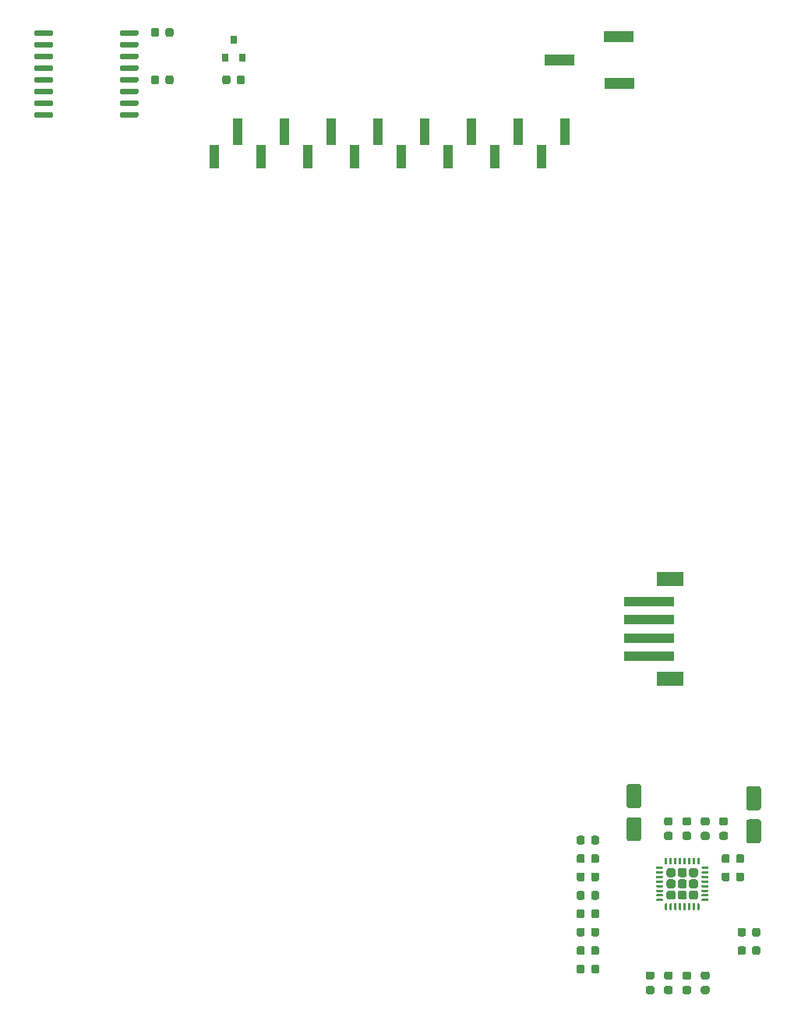
<source format=gbr>
G04 #@! TF.GenerationSoftware,KiCad,Pcbnew,(5.1.6)-1*
G04 #@! TF.CreationDate,2020-10-27T15:14:38-03:00*
G04 #@! TF.ProjectId,PanelFrontal,50616e65-6c46-4726-9f6e-74616c2e6b69,v1.0*
G04 #@! TF.SameCoordinates,Original*
G04 #@! TF.FileFunction,Paste,Top*
G04 #@! TF.FilePolarity,Positive*
%FSLAX46Y46*%
G04 Gerber Fmt 4.6, Leading zero omitted, Abs format (unit mm)*
G04 Created by KiCad (PCBNEW (5.1.6)-1) date 2020-10-27 15:14:38*
%MOMM*%
%LPD*%
G01*
G04 APERTURE LIST*
%ADD10R,5.500000X1.000000*%
%ADD11R,3.000000X1.600000*%
%ADD12R,1.000000X2.500000*%
%ADD13R,1.000000X3.000000*%
%ADD14R,3.300000X1.200000*%
%ADD15R,0.800000X0.900000*%
G04 APERTURE END LIST*
G36*
G01*
X210875000Y-160662500D02*
X210875000Y-161287500D01*
G75*
G02*
X210812500Y-161350000I-62500J0D01*
G01*
X210687500Y-161350000D01*
G75*
G02*
X210625000Y-161287500I0J62500D01*
G01*
X210625000Y-160662500D01*
G75*
G02*
X210687500Y-160600000I62500J0D01*
G01*
X210812500Y-160600000D01*
G75*
G02*
X210875000Y-160662500I0J-62500D01*
G01*
G37*
G36*
G01*
X210375000Y-160662500D02*
X210375000Y-161287500D01*
G75*
G02*
X210312500Y-161350000I-62500J0D01*
G01*
X210187500Y-161350000D01*
G75*
G02*
X210125000Y-161287500I0J62500D01*
G01*
X210125000Y-160662500D01*
G75*
G02*
X210187500Y-160600000I62500J0D01*
G01*
X210312500Y-160600000D01*
G75*
G02*
X210375000Y-160662500I0J-62500D01*
G01*
G37*
G36*
G01*
X209875000Y-160662500D02*
X209875000Y-161287500D01*
G75*
G02*
X209812500Y-161350000I-62500J0D01*
G01*
X209687500Y-161350000D01*
G75*
G02*
X209625000Y-161287500I0J62500D01*
G01*
X209625000Y-160662500D01*
G75*
G02*
X209687500Y-160600000I62500J0D01*
G01*
X209812500Y-160600000D01*
G75*
G02*
X209875000Y-160662500I0J-62500D01*
G01*
G37*
G36*
G01*
X209375000Y-160662500D02*
X209375000Y-161287500D01*
G75*
G02*
X209312500Y-161350000I-62500J0D01*
G01*
X209187500Y-161350000D01*
G75*
G02*
X209125000Y-161287500I0J62500D01*
G01*
X209125000Y-160662500D01*
G75*
G02*
X209187500Y-160600000I62500J0D01*
G01*
X209312500Y-160600000D01*
G75*
G02*
X209375000Y-160662500I0J-62500D01*
G01*
G37*
G36*
G01*
X208875000Y-160662500D02*
X208875000Y-161287500D01*
G75*
G02*
X208812500Y-161350000I-62500J0D01*
G01*
X208687500Y-161350000D01*
G75*
G02*
X208625000Y-161287500I0J62500D01*
G01*
X208625000Y-160662500D01*
G75*
G02*
X208687500Y-160600000I62500J0D01*
G01*
X208812500Y-160600000D01*
G75*
G02*
X208875000Y-160662500I0J-62500D01*
G01*
G37*
G36*
G01*
X208375000Y-160662500D02*
X208375000Y-161287500D01*
G75*
G02*
X208312500Y-161350000I-62500J0D01*
G01*
X208187500Y-161350000D01*
G75*
G02*
X208125000Y-161287500I0J62500D01*
G01*
X208125000Y-160662500D01*
G75*
G02*
X208187500Y-160600000I62500J0D01*
G01*
X208312500Y-160600000D01*
G75*
G02*
X208375000Y-160662500I0J-62500D01*
G01*
G37*
G36*
G01*
X207875000Y-160662500D02*
X207875000Y-161287500D01*
G75*
G02*
X207812500Y-161350000I-62500J0D01*
G01*
X207687500Y-161350000D01*
G75*
G02*
X207625000Y-161287500I0J62500D01*
G01*
X207625000Y-160662500D01*
G75*
G02*
X207687500Y-160600000I62500J0D01*
G01*
X207812500Y-160600000D01*
G75*
G02*
X207875000Y-160662500I0J-62500D01*
G01*
G37*
G36*
G01*
X207375000Y-160662500D02*
X207375000Y-161287500D01*
G75*
G02*
X207312500Y-161350000I-62500J0D01*
G01*
X207187500Y-161350000D01*
G75*
G02*
X207125000Y-161287500I0J62500D01*
G01*
X207125000Y-160662500D01*
G75*
G02*
X207187500Y-160600000I62500J0D01*
G01*
X207312500Y-160600000D01*
G75*
G02*
X207375000Y-160662500I0J-62500D01*
G01*
G37*
G36*
G01*
X206900000Y-160187500D02*
X206900000Y-160312500D01*
G75*
G02*
X206837500Y-160375000I-62500J0D01*
G01*
X206212500Y-160375000D01*
G75*
G02*
X206150000Y-160312500I0J62500D01*
G01*
X206150000Y-160187500D01*
G75*
G02*
X206212500Y-160125000I62500J0D01*
G01*
X206837500Y-160125000D01*
G75*
G02*
X206900000Y-160187500I0J-62500D01*
G01*
G37*
G36*
G01*
X206900000Y-159687500D02*
X206900000Y-159812500D01*
G75*
G02*
X206837500Y-159875000I-62500J0D01*
G01*
X206212500Y-159875000D01*
G75*
G02*
X206150000Y-159812500I0J62500D01*
G01*
X206150000Y-159687500D01*
G75*
G02*
X206212500Y-159625000I62500J0D01*
G01*
X206837500Y-159625000D01*
G75*
G02*
X206900000Y-159687500I0J-62500D01*
G01*
G37*
G36*
G01*
X206900000Y-159187500D02*
X206900000Y-159312500D01*
G75*
G02*
X206837500Y-159375000I-62500J0D01*
G01*
X206212500Y-159375000D01*
G75*
G02*
X206150000Y-159312500I0J62500D01*
G01*
X206150000Y-159187500D01*
G75*
G02*
X206212500Y-159125000I62500J0D01*
G01*
X206837500Y-159125000D01*
G75*
G02*
X206900000Y-159187500I0J-62500D01*
G01*
G37*
G36*
G01*
X206900000Y-158687500D02*
X206900000Y-158812500D01*
G75*
G02*
X206837500Y-158875000I-62500J0D01*
G01*
X206212500Y-158875000D01*
G75*
G02*
X206150000Y-158812500I0J62500D01*
G01*
X206150000Y-158687500D01*
G75*
G02*
X206212500Y-158625000I62500J0D01*
G01*
X206837500Y-158625000D01*
G75*
G02*
X206900000Y-158687500I0J-62500D01*
G01*
G37*
G36*
G01*
X206900000Y-158187500D02*
X206900000Y-158312500D01*
G75*
G02*
X206837500Y-158375000I-62500J0D01*
G01*
X206212500Y-158375000D01*
G75*
G02*
X206150000Y-158312500I0J62500D01*
G01*
X206150000Y-158187500D01*
G75*
G02*
X206212500Y-158125000I62500J0D01*
G01*
X206837500Y-158125000D01*
G75*
G02*
X206900000Y-158187500I0J-62500D01*
G01*
G37*
G36*
G01*
X206900000Y-157687500D02*
X206900000Y-157812500D01*
G75*
G02*
X206837500Y-157875000I-62500J0D01*
G01*
X206212500Y-157875000D01*
G75*
G02*
X206150000Y-157812500I0J62500D01*
G01*
X206150000Y-157687500D01*
G75*
G02*
X206212500Y-157625000I62500J0D01*
G01*
X206837500Y-157625000D01*
G75*
G02*
X206900000Y-157687500I0J-62500D01*
G01*
G37*
G36*
G01*
X206900000Y-157187500D02*
X206900000Y-157312500D01*
G75*
G02*
X206837500Y-157375000I-62500J0D01*
G01*
X206212500Y-157375000D01*
G75*
G02*
X206150000Y-157312500I0J62500D01*
G01*
X206150000Y-157187500D01*
G75*
G02*
X206212500Y-157125000I62500J0D01*
G01*
X206837500Y-157125000D01*
G75*
G02*
X206900000Y-157187500I0J-62500D01*
G01*
G37*
G36*
G01*
X206900000Y-156687500D02*
X206900000Y-156812500D01*
G75*
G02*
X206837500Y-156875000I-62500J0D01*
G01*
X206212500Y-156875000D01*
G75*
G02*
X206150000Y-156812500I0J62500D01*
G01*
X206150000Y-156687500D01*
G75*
G02*
X206212500Y-156625000I62500J0D01*
G01*
X206837500Y-156625000D01*
G75*
G02*
X206900000Y-156687500I0J-62500D01*
G01*
G37*
G36*
G01*
X207375000Y-155712500D02*
X207375000Y-156337500D01*
G75*
G02*
X207312500Y-156400000I-62500J0D01*
G01*
X207187500Y-156400000D01*
G75*
G02*
X207125000Y-156337500I0J62500D01*
G01*
X207125000Y-155712500D01*
G75*
G02*
X207187500Y-155650000I62500J0D01*
G01*
X207312500Y-155650000D01*
G75*
G02*
X207375000Y-155712500I0J-62500D01*
G01*
G37*
G36*
G01*
X207875000Y-155712500D02*
X207875000Y-156337500D01*
G75*
G02*
X207812500Y-156400000I-62500J0D01*
G01*
X207687500Y-156400000D01*
G75*
G02*
X207625000Y-156337500I0J62500D01*
G01*
X207625000Y-155712500D01*
G75*
G02*
X207687500Y-155650000I62500J0D01*
G01*
X207812500Y-155650000D01*
G75*
G02*
X207875000Y-155712500I0J-62500D01*
G01*
G37*
G36*
G01*
X208375000Y-155712500D02*
X208375000Y-156337500D01*
G75*
G02*
X208312500Y-156400000I-62500J0D01*
G01*
X208187500Y-156400000D01*
G75*
G02*
X208125000Y-156337500I0J62500D01*
G01*
X208125000Y-155712500D01*
G75*
G02*
X208187500Y-155650000I62500J0D01*
G01*
X208312500Y-155650000D01*
G75*
G02*
X208375000Y-155712500I0J-62500D01*
G01*
G37*
G36*
G01*
X208875000Y-155712500D02*
X208875000Y-156337500D01*
G75*
G02*
X208812500Y-156400000I-62500J0D01*
G01*
X208687500Y-156400000D01*
G75*
G02*
X208625000Y-156337500I0J62500D01*
G01*
X208625000Y-155712500D01*
G75*
G02*
X208687500Y-155650000I62500J0D01*
G01*
X208812500Y-155650000D01*
G75*
G02*
X208875000Y-155712500I0J-62500D01*
G01*
G37*
G36*
G01*
X209375000Y-155712500D02*
X209375000Y-156337500D01*
G75*
G02*
X209312500Y-156400000I-62500J0D01*
G01*
X209187500Y-156400000D01*
G75*
G02*
X209125000Y-156337500I0J62500D01*
G01*
X209125000Y-155712500D01*
G75*
G02*
X209187500Y-155650000I62500J0D01*
G01*
X209312500Y-155650000D01*
G75*
G02*
X209375000Y-155712500I0J-62500D01*
G01*
G37*
G36*
G01*
X209875000Y-155712500D02*
X209875000Y-156337500D01*
G75*
G02*
X209812500Y-156400000I-62500J0D01*
G01*
X209687500Y-156400000D01*
G75*
G02*
X209625000Y-156337500I0J62500D01*
G01*
X209625000Y-155712500D01*
G75*
G02*
X209687500Y-155650000I62500J0D01*
G01*
X209812500Y-155650000D01*
G75*
G02*
X209875000Y-155712500I0J-62500D01*
G01*
G37*
G36*
G01*
X210375000Y-155712500D02*
X210375000Y-156337500D01*
G75*
G02*
X210312500Y-156400000I-62500J0D01*
G01*
X210187500Y-156400000D01*
G75*
G02*
X210125000Y-156337500I0J62500D01*
G01*
X210125000Y-155712500D01*
G75*
G02*
X210187500Y-155650000I62500J0D01*
G01*
X210312500Y-155650000D01*
G75*
G02*
X210375000Y-155712500I0J-62500D01*
G01*
G37*
G36*
G01*
X210875000Y-155712500D02*
X210875000Y-156337500D01*
G75*
G02*
X210812500Y-156400000I-62500J0D01*
G01*
X210687500Y-156400000D01*
G75*
G02*
X210625000Y-156337500I0J62500D01*
G01*
X210625000Y-155712500D01*
G75*
G02*
X210687500Y-155650000I62500J0D01*
G01*
X210812500Y-155650000D01*
G75*
G02*
X210875000Y-155712500I0J-62500D01*
G01*
G37*
G36*
G01*
X211850000Y-156687500D02*
X211850000Y-156812500D01*
G75*
G02*
X211787500Y-156875000I-62500J0D01*
G01*
X211162500Y-156875000D01*
G75*
G02*
X211100000Y-156812500I0J62500D01*
G01*
X211100000Y-156687500D01*
G75*
G02*
X211162500Y-156625000I62500J0D01*
G01*
X211787500Y-156625000D01*
G75*
G02*
X211850000Y-156687500I0J-62500D01*
G01*
G37*
G36*
G01*
X211850000Y-157187500D02*
X211850000Y-157312500D01*
G75*
G02*
X211787500Y-157375000I-62500J0D01*
G01*
X211162500Y-157375000D01*
G75*
G02*
X211100000Y-157312500I0J62500D01*
G01*
X211100000Y-157187500D01*
G75*
G02*
X211162500Y-157125000I62500J0D01*
G01*
X211787500Y-157125000D01*
G75*
G02*
X211850000Y-157187500I0J-62500D01*
G01*
G37*
G36*
G01*
X211850000Y-157687500D02*
X211850000Y-157812500D01*
G75*
G02*
X211787500Y-157875000I-62500J0D01*
G01*
X211162500Y-157875000D01*
G75*
G02*
X211100000Y-157812500I0J62500D01*
G01*
X211100000Y-157687500D01*
G75*
G02*
X211162500Y-157625000I62500J0D01*
G01*
X211787500Y-157625000D01*
G75*
G02*
X211850000Y-157687500I0J-62500D01*
G01*
G37*
G36*
G01*
X211850000Y-158187500D02*
X211850000Y-158312500D01*
G75*
G02*
X211787500Y-158375000I-62500J0D01*
G01*
X211162500Y-158375000D01*
G75*
G02*
X211100000Y-158312500I0J62500D01*
G01*
X211100000Y-158187500D01*
G75*
G02*
X211162500Y-158125000I62500J0D01*
G01*
X211787500Y-158125000D01*
G75*
G02*
X211850000Y-158187500I0J-62500D01*
G01*
G37*
G36*
G01*
X211850000Y-158687500D02*
X211850000Y-158812500D01*
G75*
G02*
X211787500Y-158875000I-62500J0D01*
G01*
X211162500Y-158875000D01*
G75*
G02*
X211100000Y-158812500I0J62500D01*
G01*
X211100000Y-158687500D01*
G75*
G02*
X211162500Y-158625000I62500J0D01*
G01*
X211787500Y-158625000D01*
G75*
G02*
X211850000Y-158687500I0J-62500D01*
G01*
G37*
G36*
G01*
X211850000Y-159187500D02*
X211850000Y-159312500D01*
G75*
G02*
X211787500Y-159375000I-62500J0D01*
G01*
X211162500Y-159375000D01*
G75*
G02*
X211100000Y-159312500I0J62500D01*
G01*
X211100000Y-159187500D01*
G75*
G02*
X211162500Y-159125000I62500J0D01*
G01*
X211787500Y-159125000D01*
G75*
G02*
X211850000Y-159187500I0J-62500D01*
G01*
G37*
G36*
G01*
X211850000Y-159687500D02*
X211850000Y-159812500D01*
G75*
G02*
X211787500Y-159875000I-62500J0D01*
G01*
X211162500Y-159875000D01*
G75*
G02*
X211100000Y-159812500I0J62500D01*
G01*
X211100000Y-159687500D01*
G75*
G02*
X211162500Y-159625000I62500J0D01*
G01*
X211787500Y-159625000D01*
G75*
G02*
X211850000Y-159687500I0J-62500D01*
G01*
G37*
G36*
G01*
X211850000Y-160187500D02*
X211850000Y-160312500D01*
G75*
G02*
X211787500Y-160375000I-62500J0D01*
G01*
X211162500Y-160375000D01*
G75*
G02*
X211100000Y-160312500I0J62500D01*
G01*
X211100000Y-160187500D01*
G75*
G02*
X211162500Y-160125000I62500J0D01*
G01*
X211787500Y-160125000D01*
G75*
G02*
X211850000Y-160187500I0J-62500D01*
G01*
G37*
G36*
G01*
X208270000Y-157035000D02*
X208270000Y-157525000D01*
G75*
G02*
X208025000Y-157770000I-245000J0D01*
G01*
X207535000Y-157770000D01*
G75*
G02*
X207290000Y-157525000I0J245000D01*
G01*
X207290000Y-157035000D01*
G75*
G02*
X207535000Y-156790000I245000J0D01*
G01*
X208025000Y-156790000D01*
G75*
G02*
X208270000Y-157035000I0J-245000D01*
G01*
G37*
G36*
G01*
X208270000Y-158255000D02*
X208270000Y-158745000D01*
G75*
G02*
X208025000Y-158990000I-245000J0D01*
G01*
X207535000Y-158990000D01*
G75*
G02*
X207290000Y-158745000I0J245000D01*
G01*
X207290000Y-158255000D01*
G75*
G02*
X207535000Y-158010000I245000J0D01*
G01*
X208025000Y-158010000D01*
G75*
G02*
X208270000Y-158255000I0J-245000D01*
G01*
G37*
G36*
G01*
X208270000Y-159475000D02*
X208270000Y-159965000D01*
G75*
G02*
X208025000Y-160210000I-245000J0D01*
G01*
X207535000Y-160210000D01*
G75*
G02*
X207290000Y-159965000I0J245000D01*
G01*
X207290000Y-159475000D01*
G75*
G02*
X207535000Y-159230000I245000J0D01*
G01*
X208025000Y-159230000D01*
G75*
G02*
X208270000Y-159475000I0J-245000D01*
G01*
G37*
G36*
G01*
X209490000Y-157035000D02*
X209490000Y-157525000D01*
G75*
G02*
X209245000Y-157770000I-245000J0D01*
G01*
X208755000Y-157770000D01*
G75*
G02*
X208510000Y-157525000I0J245000D01*
G01*
X208510000Y-157035000D01*
G75*
G02*
X208755000Y-156790000I245000J0D01*
G01*
X209245000Y-156790000D01*
G75*
G02*
X209490000Y-157035000I0J-245000D01*
G01*
G37*
G36*
G01*
X209490000Y-158255000D02*
X209490000Y-158745000D01*
G75*
G02*
X209245000Y-158990000I-245000J0D01*
G01*
X208755000Y-158990000D01*
G75*
G02*
X208510000Y-158745000I0J245000D01*
G01*
X208510000Y-158255000D01*
G75*
G02*
X208755000Y-158010000I245000J0D01*
G01*
X209245000Y-158010000D01*
G75*
G02*
X209490000Y-158255000I0J-245000D01*
G01*
G37*
G36*
G01*
X209490000Y-159475000D02*
X209490000Y-159965000D01*
G75*
G02*
X209245000Y-160210000I-245000J0D01*
G01*
X208755000Y-160210000D01*
G75*
G02*
X208510000Y-159965000I0J245000D01*
G01*
X208510000Y-159475000D01*
G75*
G02*
X208755000Y-159230000I245000J0D01*
G01*
X209245000Y-159230000D01*
G75*
G02*
X209490000Y-159475000I0J-245000D01*
G01*
G37*
G36*
G01*
X210710000Y-157035000D02*
X210710000Y-157525000D01*
G75*
G02*
X210465000Y-157770000I-245000J0D01*
G01*
X209975000Y-157770000D01*
G75*
G02*
X209730000Y-157525000I0J245000D01*
G01*
X209730000Y-157035000D01*
G75*
G02*
X209975000Y-156790000I245000J0D01*
G01*
X210465000Y-156790000D01*
G75*
G02*
X210710000Y-157035000I0J-245000D01*
G01*
G37*
G36*
G01*
X210710000Y-158255000D02*
X210710000Y-158745000D01*
G75*
G02*
X210465000Y-158990000I-245000J0D01*
G01*
X209975000Y-158990000D01*
G75*
G02*
X209730000Y-158745000I0J245000D01*
G01*
X209730000Y-158255000D01*
G75*
G02*
X209975000Y-158010000I245000J0D01*
G01*
X210465000Y-158010000D01*
G75*
G02*
X210710000Y-158255000I0J-245000D01*
G01*
G37*
G36*
G01*
X210710000Y-159475000D02*
X210710000Y-159965000D01*
G75*
G02*
X210465000Y-160210000I-245000J0D01*
G01*
X209975000Y-160210000D01*
G75*
G02*
X209730000Y-159965000I0J245000D01*
G01*
X209730000Y-159475000D01*
G75*
G02*
X209975000Y-159230000I245000J0D01*
G01*
X210465000Y-159230000D01*
G75*
G02*
X210710000Y-159475000I0J-245000D01*
G01*
G37*
G36*
G01*
X199100000Y-162006250D02*
X199100000Y-161493750D01*
G75*
G02*
X199318750Y-161275000I218750J0D01*
G01*
X199756250Y-161275000D01*
G75*
G02*
X199975000Y-161493750I0J-218750D01*
G01*
X199975000Y-162006250D01*
G75*
G02*
X199756250Y-162225000I-218750J0D01*
G01*
X199318750Y-162225000D01*
G75*
G02*
X199100000Y-162006250I0J218750D01*
G01*
G37*
G36*
G01*
X197525000Y-162006250D02*
X197525000Y-161493750D01*
G75*
G02*
X197743750Y-161275000I218750J0D01*
G01*
X198181250Y-161275000D01*
G75*
G02*
X198400000Y-161493750I0J-218750D01*
G01*
X198400000Y-162006250D01*
G75*
G02*
X198181250Y-162225000I-218750J0D01*
G01*
X197743750Y-162225000D01*
G75*
G02*
X197525000Y-162006250I0J218750D01*
G01*
G37*
D10*
X205400000Y-129800000D03*
X205400000Y-133800000D03*
D11*
X207650000Y-125400000D03*
X207650000Y-136200000D03*
D10*
X205400000Y-127800000D03*
X205400000Y-131800000D03*
G36*
G01*
X207756250Y-152150000D02*
X207243750Y-152150000D01*
G75*
G02*
X207025000Y-151931250I0J218750D01*
G01*
X207025000Y-151493750D01*
G75*
G02*
X207243750Y-151275000I218750J0D01*
G01*
X207756250Y-151275000D01*
G75*
G02*
X207975000Y-151493750I0J-218750D01*
G01*
X207975000Y-151931250D01*
G75*
G02*
X207756250Y-152150000I-218750J0D01*
G01*
G37*
G36*
G01*
X207756250Y-153725000D02*
X207243750Y-153725000D01*
G75*
G02*
X207025000Y-153506250I0J218750D01*
G01*
X207025000Y-153068750D01*
G75*
G02*
X207243750Y-152850000I218750J0D01*
G01*
X207756250Y-152850000D01*
G75*
G02*
X207975000Y-153068750I0J-218750D01*
G01*
X207975000Y-153506250D01*
G75*
G02*
X207756250Y-153725000I-218750J0D01*
G01*
G37*
G36*
G01*
X213756250Y-152150000D02*
X213243750Y-152150000D01*
G75*
G02*
X213025000Y-151931250I0J218750D01*
G01*
X213025000Y-151493750D01*
G75*
G02*
X213243750Y-151275000I218750J0D01*
G01*
X213756250Y-151275000D01*
G75*
G02*
X213975000Y-151493750I0J-218750D01*
G01*
X213975000Y-151931250D01*
G75*
G02*
X213756250Y-152150000I-218750J0D01*
G01*
G37*
G36*
G01*
X213756250Y-153725000D02*
X213243750Y-153725000D01*
G75*
G02*
X213025000Y-153506250I0J218750D01*
G01*
X213025000Y-153068750D01*
G75*
G02*
X213243750Y-152850000I218750J0D01*
G01*
X213756250Y-152850000D01*
G75*
G02*
X213975000Y-153068750I0J-218750D01*
G01*
X213975000Y-153506250D01*
G75*
G02*
X213756250Y-153725000I-218750J0D01*
G01*
G37*
D12*
X158150000Y-79500000D03*
X163230000Y-79500000D03*
X168310000Y-79500000D03*
X173390000Y-79500000D03*
X178470000Y-79500000D03*
X183550000Y-79500000D03*
X188630000Y-79500000D03*
D13*
X160690000Y-76750000D03*
X165770000Y-76750000D03*
X170850000Y-76750000D03*
X175930000Y-76750000D03*
X181010000Y-76750000D03*
X186090000Y-76750000D03*
X191170000Y-76750000D03*
D12*
X193710000Y-79500000D03*
D13*
X196250000Y-76750000D03*
D14*
X202150000Y-71540000D03*
X202100000Y-66460000D03*
X195700000Y-69000000D03*
G36*
G01*
X147875000Y-66205000D02*
X147875000Y-65905000D01*
G75*
G02*
X148025000Y-65755000I150000J0D01*
G01*
X149775000Y-65755000D01*
G75*
G02*
X149925000Y-65905000I0J-150000D01*
G01*
X149925000Y-66205000D01*
G75*
G02*
X149775000Y-66355000I-150000J0D01*
G01*
X148025000Y-66355000D01*
G75*
G02*
X147875000Y-66205000I0J150000D01*
G01*
G37*
G36*
G01*
X147875000Y-67475000D02*
X147875000Y-67175000D01*
G75*
G02*
X148025000Y-67025000I150000J0D01*
G01*
X149775000Y-67025000D01*
G75*
G02*
X149925000Y-67175000I0J-150000D01*
G01*
X149925000Y-67475000D01*
G75*
G02*
X149775000Y-67625000I-150000J0D01*
G01*
X148025000Y-67625000D01*
G75*
G02*
X147875000Y-67475000I0J150000D01*
G01*
G37*
G36*
G01*
X147875000Y-68745000D02*
X147875000Y-68445000D01*
G75*
G02*
X148025000Y-68295000I150000J0D01*
G01*
X149775000Y-68295000D01*
G75*
G02*
X149925000Y-68445000I0J-150000D01*
G01*
X149925000Y-68745000D01*
G75*
G02*
X149775000Y-68895000I-150000J0D01*
G01*
X148025000Y-68895000D01*
G75*
G02*
X147875000Y-68745000I0J150000D01*
G01*
G37*
G36*
G01*
X147875000Y-70015000D02*
X147875000Y-69715000D01*
G75*
G02*
X148025000Y-69565000I150000J0D01*
G01*
X149775000Y-69565000D01*
G75*
G02*
X149925000Y-69715000I0J-150000D01*
G01*
X149925000Y-70015000D01*
G75*
G02*
X149775000Y-70165000I-150000J0D01*
G01*
X148025000Y-70165000D01*
G75*
G02*
X147875000Y-70015000I0J150000D01*
G01*
G37*
G36*
G01*
X147875000Y-71285000D02*
X147875000Y-70985000D01*
G75*
G02*
X148025000Y-70835000I150000J0D01*
G01*
X149775000Y-70835000D01*
G75*
G02*
X149925000Y-70985000I0J-150000D01*
G01*
X149925000Y-71285000D01*
G75*
G02*
X149775000Y-71435000I-150000J0D01*
G01*
X148025000Y-71435000D01*
G75*
G02*
X147875000Y-71285000I0J150000D01*
G01*
G37*
G36*
G01*
X147875000Y-72555000D02*
X147875000Y-72255000D01*
G75*
G02*
X148025000Y-72105000I150000J0D01*
G01*
X149775000Y-72105000D01*
G75*
G02*
X149925000Y-72255000I0J-150000D01*
G01*
X149925000Y-72555000D01*
G75*
G02*
X149775000Y-72705000I-150000J0D01*
G01*
X148025000Y-72705000D01*
G75*
G02*
X147875000Y-72555000I0J150000D01*
G01*
G37*
G36*
G01*
X147875000Y-73825000D02*
X147875000Y-73525000D01*
G75*
G02*
X148025000Y-73375000I150000J0D01*
G01*
X149775000Y-73375000D01*
G75*
G02*
X149925000Y-73525000I0J-150000D01*
G01*
X149925000Y-73825000D01*
G75*
G02*
X149775000Y-73975000I-150000J0D01*
G01*
X148025000Y-73975000D01*
G75*
G02*
X147875000Y-73825000I0J150000D01*
G01*
G37*
G36*
G01*
X147875000Y-75095000D02*
X147875000Y-74795000D01*
G75*
G02*
X148025000Y-74645000I150000J0D01*
G01*
X149775000Y-74645000D01*
G75*
G02*
X149925000Y-74795000I0J-150000D01*
G01*
X149925000Y-75095000D01*
G75*
G02*
X149775000Y-75245000I-150000J0D01*
G01*
X148025000Y-75245000D01*
G75*
G02*
X147875000Y-75095000I0J150000D01*
G01*
G37*
G36*
G01*
X138575000Y-75095000D02*
X138575000Y-74795000D01*
G75*
G02*
X138725000Y-74645000I150000J0D01*
G01*
X140475000Y-74645000D01*
G75*
G02*
X140625000Y-74795000I0J-150000D01*
G01*
X140625000Y-75095000D01*
G75*
G02*
X140475000Y-75245000I-150000J0D01*
G01*
X138725000Y-75245000D01*
G75*
G02*
X138575000Y-75095000I0J150000D01*
G01*
G37*
G36*
G01*
X138575000Y-73825000D02*
X138575000Y-73525000D01*
G75*
G02*
X138725000Y-73375000I150000J0D01*
G01*
X140475000Y-73375000D01*
G75*
G02*
X140625000Y-73525000I0J-150000D01*
G01*
X140625000Y-73825000D01*
G75*
G02*
X140475000Y-73975000I-150000J0D01*
G01*
X138725000Y-73975000D01*
G75*
G02*
X138575000Y-73825000I0J150000D01*
G01*
G37*
G36*
G01*
X138575000Y-72555000D02*
X138575000Y-72255000D01*
G75*
G02*
X138725000Y-72105000I150000J0D01*
G01*
X140475000Y-72105000D01*
G75*
G02*
X140625000Y-72255000I0J-150000D01*
G01*
X140625000Y-72555000D01*
G75*
G02*
X140475000Y-72705000I-150000J0D01*
G01*
X138725000Y-72705000D01*
G75*
G02*
X138575000Y-72555000I0J150000D01*
G01*
G37*
G36*
G01*
X138575000Y-71285000D02*
X138575000Y-70985000D01*
G75*
G02*
X138725000Y-70835000I150000J0D01*
G01*
X140475000Y-70835000D01*
G75*
G02*
X140625000Y-70985000I0J-150000D01*
G01*
X140625000Y-71285000D01*
G75*
G02*
X140475000Y-71435000I-150000J0D01*
G01*
X138725000Y-71435000D01*
G75*
G02*
X138575000Y-71285000I0J150000D01*
G01*
G37*
G36*
G01*
X138575000Y-70015000D02*
X138575000Y-69715000D01*
G75*
G02*
X138725000Y-69565000I150000J0D01*
G01*
X140475000Y-69565000D01*
G75*
G02*
X140625000Y-69715000I0J-150000D01*
G01*
X140625000Y-70015000D01*
G75*
G02*
X140475000Y-70165000I-150000J0D01*
G01*
X138725000Y-70165000D01*
G75*
G02*
X138575000Y-70015000I0J150000D01*
G01*
G37*
G36*
G01*
X138575000Y-68745000D02*
X138575000Y-68445000D01*
G75*
G02*
X138725000Y-68295000I150000J0D01*
G01*
X140475000Y-68295000D01*
G75*
G02*
X140625000Y-68445000I0J-150000D01*
G01*
X140625000Y-68745000D01*
G75*
G02*
X140475000Y-68895000I-150000J0D01*
G01*
X138725000Y-68895000D01*
G75*
G02*
X138575000Y-68745000I0J150000D01*
G01*
G37*
G36*
G01*
X138575000Y-67475000D02*
X138575000Y-67175000D01*
G75*
G02*
X138725000Y-67025000I150000J0D01*
G01*
X140475000Y-67025000D01*
G75*
G02*
X140625000Y-67175000I0J-150000D01*
G01*
X140625000Y-67475000D01*
G75*
G02*
X140475000Y-67625000I-150000J0D01*
G01*
X138725000Y-67625000D01*
G75*
G02*
X138575000Y-67475000I0J150000D01*
G01*
G37*
G36*
G01*
X138575000Y-66205000D02*
X138575000Y-65905000D01*
G75*
G02*
X138725000Y-65755000I150000J0D01*
G01*
X140475000Y-65755000D01*
G75*
G02*
X140625000Y-65905000I0J-150000D01*
G01*
X140625000Y-66205000D01*
G75*
G02*
X140475000Y-66355000I-150000J0D01*
G01*
X138725000Y-66355000D01*
G75*
G02*
X138575000Y-66205000I0J150000D01*
G01*
G37*
G36*
G01*
X160600000Y-71406250D02*
X160600000Y-70893750D01*
G75*
G02*
X160818750Y-70675000I218750J0D01*
G01*
X161256250Y-70675000D01*
G75*
G02*
X161475000Y-70893750I0J-218750D01*
G01*
X161475000Y-71406250D01*
G75*
G02*
X161256250Y-71625000I-218750J0D01*
G01*
X160818750Y-71625000D01*
G75*
G02*
X160600000Y-71406250I0J218750D01*
G01*
G37*
G36*
G01*
X159025000Y-71406250D02*
X159025000Y-70893750D01*
G75*
G02*
X159243750Y-70675000I218750J0D01*
G01*
X159681250Y-70675000D01*
G75*
G02*
X159900000Y-70893750I0J-218750D01*
G01*
X159900000Y-71406250D01*
G75*
G02*
X159681250Y-71625000I-218750J0D01*
G01*
X159243750Y-71625000D01*
G75*
G02*
X159025000Y-71406250I0J218750D01*
G01*
G37*
G36*
G01*
X152850000Y-71406250D02*
X152850000Y-70893750D01*
G75*
G02*
X153068750Y-70675000I218750J0D01*
G01*
X153506250Y-70675000D01*
G75*
G02*
X153725000Y-70893750I0J-218750D01*
G01*
X153725000Y-71406250D01*
G75*
G02*
X153506250Y-71625000I-218750J0D01*
G01*
X153068750Y-71625000D01*
G75*
G02*
X152850000Y-71406250I0J218750D01*
G01*
G37*
G36*
G01*
X151275000Y-71406250D02*
X151275000Y-70893750D01*
G75*
G02*
X151493750Y-70675000I218750J0D01*
G01*
X151931250Y-70675000D01*
G75*
G02*
X152150000Y-70893750I0J-218750D01*
G01*
X152150000Y-71406250D01*
G75*
G02*
X151931250Y-71625000I-218750J0D01*
G01*
X151493750Y-71625000D01*
G75*
G02*
X151275000Y-71406250I0J218750D01*
G01*
G37*
G36*
G01*
X199100000Y-164006250D02*
X199100000Y-163493750D01*
G75*
G02*
X199318750Y-163275000I218750J0D01*
G01*
X199756250Y-163275000D01*
G75*
G02*
X199975000Y-163493750I0J-218750D01*
G01*
X199975000Y-164006250D01*
G75*
G02*
X199756250Y-164225000I-218750J0D01*
G01*
X199318750Y-164225000D01*
G75*
G02*
X199100000Y-164006250I0J218750D01*
G01*
G37*
G36*
G01*
X197525000Y-164006250D02*
X197525000Y-163493750D01*
G75*
G02*
X197743750Y-163275000I218750J0D01*
G01*
X198181250Y-163275000D01*
G75*
G02*
X198400000Y-163493750I0J-218750D01*
G01*
X198400000Y-164006250D01*
G75*
G02*
X198181250Y-164225000I-218750J0D01*
G01*
X197743750Y-164225000D01*
G75*
G02*
X197525000Y-164006250I0J218750D01*
G01*
G37*
G36*
G01*
X199100000Y-160006250D02*
X199100000Y-159493750D01*
G75*
G02*
X199318750Y-159275000I218750J0D01*
G01*
X199756250Y-159275000D01*
G75*
G02*
X199975000Y-159493750I0J-218750D01*
G01*
X199975000Y-160006250D01*
G75*
G02*
X199756250Y-160225000I-218750J0D01*
G01*
X199318750Y-160225000D01*
G75*
G02*
X199100000Y-160006250I0J218750D01*
G01*
G37*
G36*
G01*
X197525000Y-160006250D02*
X197525000Y-159493750D01*
G75*
G02*
X197743750Y-159275000I218750J0D01*
G01*
X198181250Y-159275000D01*
G75*
G02*
X198400000Y-159493750I0J-218750D01*
G01*
X198400000Y-160006250D01*
G75*
G02*
X198181250Y-160225000I-218750J0D01*
G01*
X197743750Y-160225000D01*
G75*
G02*
X197525000Y-160006250I0J218750D01*
G01*
G37*
G36*
G01*
X199100000Y-158006250D02*
X199100000Y-157493750D01*
G75*
G02*
X199318750Y-157275000I218750J0D01*
G01*
X199756250Y-157275000D01*
G75*
G02*
X199975000Y-157493750I0J-218750D01*
G01*
X199975000Y-158006250D01*
G75*
G02*
X199756250Y-158225000I-218750J0D01*
G01*
X199318750Y-158225000D01*
G75*
G02*
X199100000Y-158006250I0J218750D01*
G01*
G37*
G36*
G01*
X197525000Y-158006250D02*
X197525000Y-157493750D01*
G75*
G02*
X197743750Y-157275000I218750J0D01*
G01*
X198181250Y-157275000D01*
G75*
G02*
X198400000Y-157493750I0J-218750D01*
G01*
X198400000Y-158006250D01*
G75*
G02*
X198181250Y-158225000I-218750J0D01*
G01*
X197743750Y-158225000D01*
G75*
G02*
X197525000Y-158006250I0J218750D01*
G01*
G37*
G36*
G01*
X199100000Y-156006250D02*
X199100000Y-155493750D01*
G75*
G02*
X199318750Y-155275000I218750J0D01*
G01*
X199756250Y-155275000D01*
G75*
G02*
X199975000Y-155493750I0J-218750D01*
G01*
X199975000Y-156006250D01*
G75*
G02*
X199756250Y-156225000I-218750J0D01*
G01*
X199318750Y-156225000D01*
G75*
G02*
X199100000Y-156006250I0J218750D01*
G01*
G37*
G36*
G01*
X197525000Y-156006250D02*
X197525000Y-155493750D01*
G75*
G02*
X197743750Y-155275000I218750J0D01*
G01*
X198181250Y-155275000D01*
G75*
G02*
X198400000Y-155493750I0J-218750D01*
G01*
X198400000Y-156006250D01*
G75*
G02*
X198181250Y-156225000I-218750J0D01*
G01*
X197743750Y-156225000D01*
G75*
G02*
X197525000Y-156006250I0J218750D01*
G01*
G37*
G36*
G01*
X199100000Y-154006250D02*
X199100000Y-153493750D01*
G75*
G02*
X199318750Y-153275000I218750J0D01*
G01*
X199756250Y-153275000D01*
G75*
G02*
X199975000Y-153493750I0J-218750D01*
G01*
X199975000Y-154006250D01*
G75*
G02*
X199756250Y-154225000I-218750J0D01*
G01*
X199318750Y-154225000D01*
G75*
G02*
X199100000Y-154006250I0J218750D01*
G01*
G37*
G36*
G01*
X197525000Y-154006250D02*
X197525000Y-153493750D01*
G75*
G02*
X197743750Y-153275000I218750J0D01*
G01*
X198181250Y-153275000D01*
G75*
G02*
X198400000Y-153493750I0J-218750D01*
G01*
X198400000Y-154006250D01*
G75*
G02*
X198181250Y-154225000I-218750J0D01*
G01*
X197743750Y-154225000D01*
G75*
G02*
X197525000Y-154006250I0J218750D01*
G01*
G37*
G36*
G01*
X211756250Y-168900000D02*
X211243750Y-168900000D01*
G75*
G02*
X211025000Y-168681250I0J218750D01*
G01*
X211025000Y-168243750D01*
G75*
G02*
X211243750Y-168025000I218750J0D01*
G01*
X211756250Y-168025000D01*
G75*
G02*
X211975000Y-168243750I0J-218750D01*
G01*
X211975000Y-168681250D01*
G75*
G02*
X211756250Y-168900000I-218750J0D01*
G01*
G37*
G36*
G01*
X211756250Y-170475000D02*
X211243750Y-170475000D01*
G75*
G02*
X211025000Y-170256250I0J218750D01*
G01*
X211025000Y-169818750D01*
G75*
G02*
X211243750Y-169600000I218750J0D01*
G01*
X211756250Y-169600000D01*
G75*
G02*
X211975000Y-169818750I0J-218750D01*
G01*
X211975000Y-170256250D01*
G75*
G02*
X211756250Y-170475000I-218750J0D01*
G01*
G37*
G36*
G01*
X209756250Y-168900000D02*
X209243750Y-168900000D01*
G75*
G02*
X209025000Y-168681250I0J218750D01*
G01*
X209025000Y-168243750D01*
G75*
G02*
X209243750Y-168025000I218750J0D01*
G01*
X209756250Y-168025000D01*
G75*
G02*
X209975000Y-168243750I0J-218750D01*
G01*
X209975000Y-168681250D01*
G75*
G02*
X209756250Y-168900000I-218750J0D01*
G01*
G37*
G36*
G01*
X209756250Y-170475000D02*
X209243750Y-170475000D01*
G75*
G02*
X209025000Y-170256250I0J218750D01*
G01*
X209025000Y-169818750D01*
G75*
G02*
X209243750Y-169600000I218750J0D01*
G01*
X209756250Y-169600000D01*
G75*
G02*
X209975000Y-169818750I0J-218750D01*
G01*
X209975000Y-170256250D01*
G75*
G02*
X209756250Y-170475000I-218750J0D01*
G01*
G37*
G36*
G01*
X207756250Y-168900000D02*
X207243750Y-168900000D01*
G75*
G02*
X207025000Y-168681250I0J218750D01*
G01*
X207025000Y-168243750D01*
G75*
G02*
X207243750Y-168025000I218750J0D01*
G01*
X207756250Y-168025000D01*
G75*
G02*
X207975000Y-168243750I0J-218750D01*
G01*
X207975000Y-168681250D01*
G75*
G02*
X207756250Y-168900000I-218750J0D01*
G01*
G37*
G36*
G01*
X207756250Y-170475000D02*
X207243750Y-170475000D01*
G75*
G02*
X207025000Y-170256250I0J218750D01*
G01*
X207025000Y-169818750D01*
G75*
G02*
X207243750Y-169600000I218750J0D01*
G01*
X207756250Y-169600000D01*
G75*
G02*
X207975000Y-169818750I0J-218750D01*
G01*
X207975000Y-170256250D01*
G75*
G02*
X207756250Y-170475000I-218750J0D01*
G01*
G37*
G36*
G01*
X205756250Y-168900000D02*
X205243750Y-168900000D01*
G75*
G02*
X205025000Y-168681250I0J218750D01*
G01*
X205025000Y-168243750D01*
G75*
G02*
X205243750Y-168025000I218750J0D01*
G01*
X205756250Y-168025000D01*
G75*
G02*
X205975000Y-168243750I0J-218750D01*
G01*
X205975000Y-168681250D01*
G75*
G02*
X205756250Y-168900000I-218750J0D01*
G01*
G37*
G36*
G01*
X205756250Y-170475000D02*
X205243750Y-170475000D01*
G75*
G02*
X205025000Y-170256250I0J218750D01*
G01*
X205025000Y-169818750D01*
G75*
G02*
X205243750Y-169600000I218750J0D01*
G01*
X205756250Y-169600000D01*
G75*
G02*
X205975000Y-169818750I0J-218750D01*
G01*
X205975000Y-170256250D01*
G75*
G02*
X205756250Y-170475000I-218750J0D01*
G01*
G37*
G36*
G01*
X199100000Y-168006250D02*
X199100000Y-167493750D01*
G75*
G02*
X199318750Y-167275000I218750J0D01*
G01*
X199756250Y-167275000D01*
G75*
G02*
X199975000Y-167493750I0J-218750D01*
G01*
X199975000Y-168006250D01*
G75*
G02*
X199756250Y-168225000I-218750J0D01*
G01*
X199318750Y-168225000D01*
G75*
G02*
X199100000Y-168006250I0J218750D01*
G01*
G37*
G36*
G01*
X197525000Y-168006250D02*
X197525000Y-167493750D01*
G75*
G02*
X197743750Y-167275000I218750J0D01*
G01*
X198181250Y-167275000D01*
G75*
G02*
X198400000Y-167493750I0J-218750D01*
G01*
X198400000Y-168006250D01*
G75*
G02*
X198181250Y-168225000I-218750J0D01*
G01*
X197743750Y-168225000D01*
G75*
G02*
X197525000Y-168006250I0J218750D01*
G01*
G37*
G36*
G01*
X199100000Y-166006250D02*
X199100000Y-165493750D01*
G75*
G02*
X199318750Y-165275000I218750J0D01*
G01*
X199756250Y-165275000D01*
G75*
G02*
X199975000Y-165493750I0J-218750D01*
G01*
X199975000Y-166006250D01*
G75*
G02*
X199756250Y-166225000I-218750J0D01*
G01*
X199318750Y-166225000D01*
G75*
G02*
X199100000Y-166006250I0J218750D01*
G01*
G37*
G36*
G01*
X197525000Y-166006250D02*
X197525000Y-165493750D01*
G75*
G02*
X197743750Y-165275000I218750J0D01*
G01*
X198181250Y-165275000D01*
G75*
G02*
X198400000Y-165493750I0J-218750D01*
G01*
X198400000Y-166006250D01*
G75*
G02*
X198181250Y-166225000I-218750J0D01*
G01*
X197743750Y-166225000D01*
G75*
G02*
X197525000Y-166006250I0J218750D01*
G01*
G37*
G36*
G01*
X215900000Y-165493750D02*
X215900000Y-166006250D01*
G75*
G02*
X215681250Y-166225000I-218750J0D01*
G01*
X215243750Y-166225000D01*
G75*
G02*
X215025000Y-166006250I0J218750D01*
G01*
X215025000Y-165493750D01*
G75*
G02*
X215243750Y-165275000I218750J0D01*
G01*
X215681250Y-165275000D01*
G75*
G02*
X215900000Y-165493750I0J-218750D01*
G01*
G37*
G36*
G01*
X217475000Y-165493750D02*
X217475000Y-166006250D01*
G75*
G02*
X217256250Y-166225000I-218750J0D01*
G01*
X216818750Y-166225000D01*
G75*
G02*
X216600000Y-166006250I0J218750D01*
G01*
X216600000Y-165493750D01*
G75*
G02*
X216818750Y-165275000I218750J0D01*
G01*
X217256250Y-165275000D01*
G75*
G02*
X217475000Y-165493750I0J-218750D01*
G01*
G37*
G36*
G01*
X215900000Y-163493750D02*
X215900000Y-164006250D01*
G75*
G02*
X215681250Y-164225000I-218750J0D01*
G01*
X215243750Y-164225000D01*
G75*
G02*
X215025000Y-164006250I0J218750D01*
G01*
X215025000Y-163493750D01*
G75*
G02*
X215243750Y-163275000I218750J0D01*
G01*
X215681250Y-163275000D01*
G75*
G02*
X215900000Y-163493750I0J-218750D01*
G01*
G37*
G36*
G01*
X217475000Y-163493750D02*
X217475000Y-164006250D01*
G75*
G02*
X217256250Y-164225000I-218750J0D01*
G01*
X216818750Y-164225000D01*
G75*
G02*
X216600000Y-164006250I0J218750D01*
G01*
X216600000Y-163493750D01*
G75*
G02*
X216818750Y-163275000I218750J0D01*
G01*
X217256250Y-163275000D01*
G75*
G02*
X217475000Y-163493750I0J-218750D01*
G01*
G37*
G36*
G01*
X209756250Y-152150000D02*
X209243750Y-152150000D01*
G75*
G02*
X209025000Y-151931250I0J218750D01*
G01*
X209025000Y-151493750D01*
G75*
G02*
X209243750Y-151275000I218750J0D01*
G01*
X209756250Y-151275000D01*
G75*
G02*
X209975000Y-151493750I0J-218750D01*
G01*
X209975000Y-151931250D01*
G75*
G02*
X209756250Y-152150000I-218750J0D01*
G01*
G37*
G36*
G01*
X209756250Y-153725000D02*
X209243750Y-153725000D01*
G75*
G02*
X209025000Y-153506250I0J218750D01*
G01*
X209025000Y-153068750D01*
G75*
G02*
X209243750Y-152850000I218750J0D01*
G01*
X209756250Y-152850000D01*
G75*
G02*
X209975000Y-153068750I0J-218750D01*
G01*
X209975000Y-153506250D01*
G75*
G02*
X209756250Y-153725000I-218750J0D01*
G01*
G37*
G36*
G01*
X214150000Y-155493750D02*
X214150000Y-156006250D01*
G75*
G02*
X213931250Y-156225000I-218750J0D01*
G01*
X213493750Y-156225000D01*
G75*
G02*
X213275000Y-156006250I0J218750D01*
G01*
X213275000Y-155493750D01*
G75*
G02*
X213493750Y-155275000I218750J0D01*
G01*
X213931250Y-155275000D01*
G75*
G02*
X214150000Y-155493750I0J-218750D01*
G01*
G37*
G36*
G01*
X215725000Y-155493750D02*
X215725000Y-156006250D01*
G75*
G02*
X215506250Y-156225000I-218750J0D01*
G01*
X215068750Y-156225000D01*
G75*
G02*
X214850000Y-156006250I0J218750D01*
G01*
X214850000Y-155493750D01*
G75*
G02*
X215068750Y-155275000I218750J0D01*
G01*
X215506250Y-155275000D01*
G75*
G02*
X215725000Y-155493750I0J-218750D01*
G01*
G37*
D15*
X160250000Y-66750000D03*
X161200000Y-68750000D03*
X159300000Y-68750000D03*
G36*
G01*
X204300000Y-150250000D02*
X203200000Y-150250000D01*
G75*
G02*
X202950000Y-150000000I0J250000D01*
G01*
X202950000Y-147900000D01*
G75*
G02*
X203200000Y-147650000I250000J0D01*
G01*
X204300000Y-147650000D01*
G75*
G02*
X204550000Y-147900000I0J-250000D01*
G01*
X204550000Y-150000000D01*
G75*
G02*
X204300000Y-150250000I-250000J0D01*
G01*
G37*
G36*
G01*
X204300000Y-153850000D02*
X203200000Y-153850000D01*
G75*
G02*
X202950000Y-153600000I0J250000D01*
G01*
X202950000Y-151500000D01*
G75*
G02*
X203200000Y-151250000I250000J0D01*
G01*
X204300000Y-151250000D01*
G75*
G02*
X204550000Y-151500000I0J-250000D01*
G01*
X204550000Y-153600000D01*
G75*
G02*
X204300000Y-153850000I-250000J0D01*
G01*
G37*
G36*
G01*
X152850000Y-66256250D02*
X152850000Y-65743750D01*
G75*
G02*
X153068750Y-65525000I218750J0D01*
G01*
X153506250Y-65525000D01*
G75*
G02*
X153725000Y-65743750I0J-218750D01*
G01*
X153725000Y-66256250D01*
G75*
G02*
X153506250Y-66475000I-218750J0D01*
G01*
X153068750Y-66475000D01*
G75*
G02*
X152850000Y-66256250I0J218750D01*
G01*
G37*
G36*
G01*
X151275000Y-66256250D02*
X151275000Y-65743750D01*
G75*
G02*
X151493750Y-65525000I218750J0D01*
G01*
X151931250Y-65525000D01*
G75*
G02*
X152150000Y-65743750I0J-218750D01*
G01*
X152150000Y-66256250D01*
G75*
G02*
X151931250Y-66475000I-218750J0D01*
G01*
X151493750Y-66475000D01*
G75*
G02*
X151275000Y-66256250I0J218750D01*
G01*
G37*
G36*
G01*
X211756250Y-152150000D02*
X211243750Y-152150000D01*
G75*
G02*
X211025000Y-151931250I0J218750D01*
G01*
X211025000Y-151493750D01*
G75*
G02*
X211243750Y-151275000I218750J0D01*
G01*
X211756250Y-151275000D01*
G75*
G02*
X211975000Y-151493750I0J-218750D01*
G01*
X211975000Y-151931250D01*
G75*
G02*
X211756250Y-152150000I-218750J0D01*
G01*
G37*
G36*
G01*
X211756250Y-153725000D02*
X211243750Y-153725000D01*
G75*
G02*
X211025000Y-153506250I0J218750D01*
G01*
X211025000Y-153068750D01*
G75*
G02*
X211243750Y-152850000I218750J0D01*
G01*
X211756250Y-152850000D01*
G75*
G02*
X211975000Y-153068750I0J-218750D01*
G01*
X211975000Y-153506250D01*
G75*
G02*
X211756250Y-153725000I-218750J0D01*
G01*
G37*
G36*
G01*
X217300000Y-150500000D02*
X216200000Y-150500000D01*
G75*
G02*
X215950000Y-150250000I0J250000D01*
G01*
X215950000Y-148150000D01*
G75*
G02*
X216200000Y-147900000I250000J0D01*
G01*
X217300000Y-147900000D01*
G75*
G02*
X217550000Y-148150000I0J-250000D01*
G01*
X217550000Y-150250000D01*
G75*
G02*
X217300000Y-150500000I-250000J0D01*
G01*
G37*
G36*
G01*
X217300000Y-154100000D02*
X216200000Y-154100000D01*
G75*
G02*
X215950000Y-153850000I0J250000D01*
G01*
X215950000Y-151750000D01*
G75*
G02*
X216200000Y-151500000I250000J0D01*
G01*
X217300000Y-151500000D01*
G75*
G02*
X217550000Y-151750000I0J-250000D01*
G01*
X217550000Y-153850000D01*
G75*
G02*
X217300000Y-154100000I-250000J0D01*
G01*
G37*
G36*
G01*
X214850000Y-158006250D02*
X214850000Y-157493750D01*
G75*
G02*
X215068750Y-157275000I218750J0D01*
G01*
X215506250Y-157275000D01*
G75*
G02*
X215725000Y-157493750I0J-218750D01*
G01*
X215725000Y-158006250D01*
G75*
G02*
X215506250Y-158225000I-218750J0D01*
G01*
X215068750Y-158225000D01*
G75*
G02*
X214850000Y-158006250I0J218750D01*
G01*
G37*
G36*
G01*
X213275000Y-158006250D02*
X213275000Y-157493750D01*
G75*
G02*
X213493750Y-157275000I218750J0D01*
G01*
X213931250Y-157275000D01*
G75*
G02*
X214150000Y-157493750I0J-218750D01*
G01*
X214150000Y-158006250D01*
G75*
G02*
X213931250Y-158225000I-218750J0D01*
G01*
X213493750Y-158225000D01*
G75*
G02*
X213275000Y-158006250I0J218750D01*
G01*
G37*
M02*

</source>
